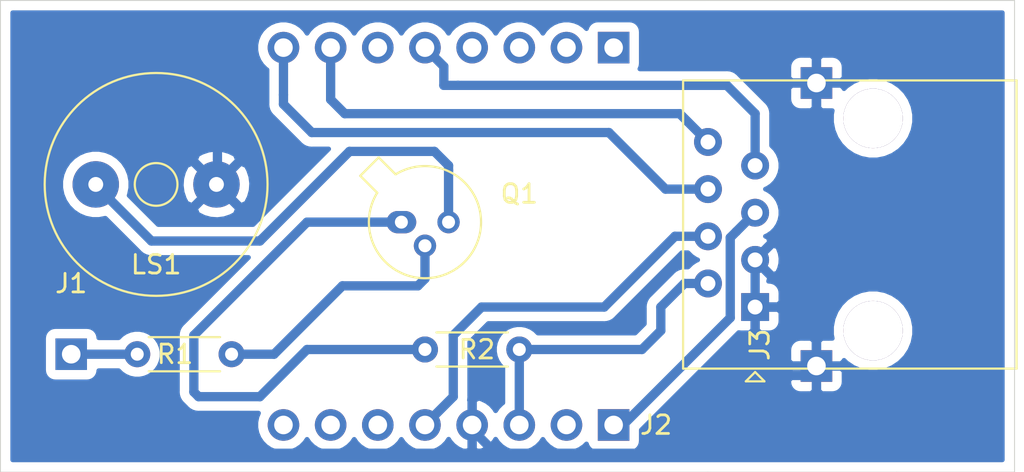
<source format=kicad_pcb>
(kicad_pcb (version 20171130) (host pcbnew 5.1.6-c6e7f7d~87~ubuntu18.04.1)

  (general
    (thickness 1.6)
    (drawings 23)
    (tracks 72)
    (zones 0)
    (modules 7)
    (nets 21)
  )

  (page A4)
  (layers
    (0 F.Cu signal)
    (31 B.Cu signal)
    (32 B.Adhes user)
    (33 F.Adhes user)
    (34 B.Paste user)
    (35 F.Paste user)
    (36 B.SilkS user)
    (37 F.SilkS user)
    (38 B.Mask user)
    (39 F.Mask user)
    (40 Dwgs.User user hide)
    (41 Cmts.User user)
    (42 Eco1.User user)
    (43 Eco2.User user)
    (44 Edge.Cuts user)
    (45 Margin user)
    (46 B.CrtYd user)
    (47 F.CrtYd user)
    (48 B.Fab user)
    (49 F.Fab user)
  )

  (setup
    (last_trace_width 0.25)
    (user_trace_width 0.5)
    (trace_clearance 0.2)
    (zone_clearance 0.508)
    (zone_45_only no)
    (trace_min 0.2)
    (via_size 0.8)
    (via_drill 0.4)
    (via_min_size 0.4)
    (via_min_drill 0.3)
    (uvia_size 0.3)
    (uvia_drill 0.1)
    (uvias_allowed no)
    (uvia_min_size 0.2)
    (uvia_min_drill 0.1)
    (edge_width 0.05)
    (segment_width 0.2)
    (pcb_text_width 0.3)
    (pcb_text_size 1.5 1.5)
    (mod_edge_width 0.12)
    (mod_text_size 1 1)
    (mod_text_width 0.15)
    (pad_size 1.524 1.524)
    (pad_drill 0.762)
    (pad_to_mask_clearance 0.05)
    (aux_axis_origin 0 0)
    (visible_elements FFFFFF7F)
    (pcbplotparams
      (layerselection 0x010fc_ffffffff)
      (usegerberextensions false)
      (usegerberattributes true)
      (usegerberadvancedattributes true)
      (creategerberjobfile true)
      (excludeedgelayer true)
      (linewidth 0.100000)
      (plotframeref true)
      (viasonmask false)
      (mode 1)
      (useauxorigin false)
      (hpglpennumber 1)
      (hpglpenspeed 20)
      (hpglpendiameter 15.000000)
      (psnegative false)
      (psa4output false)
      (plotreference true)
      (plotvalue true)
      (plotinvisibletext false)
      (padsonsilk false)
      (subtractmaskfromsilk false)
      (outputformat 5)
      (mirror false)
      (drillshape 0)
      (scaleselection 1)
      (outputdirectory ""))
  )

  (net 0 "")
  (net 1 "Net-(J1-Pad1)")
  (net 2 "Net-(J2-PadVIN)")
  (net 3 "Net-(J2-Pad3.3V)")
  (net 4 GND)
  (net 5 "Net-(J2-PadReset)")
  (net 6 "Net-(J2-PadD14)")
  (net 7 "Net-(J2-PadD13)")
  (net 8 "Net-(J2-PadD12)")
  (net 9 "Net-(J2-PadA2)")
  (net 10 "Net-(J2-PadA1)")
  (net 11 "Net-(J2-PadA4)")
  (net 12 "Net-(J2-PadA5)")
  (net 13 "Net-(J2-PadA0)")
  (net 14 "Net-(J2-PadA6)")
  (net 15 "Net-(J2-PadA3)")
  (net 16 "Net-(J2-PadAREF)")
  (net 17 "Net-(J2-Pad+5V)")
  (net 18 "Net-(LS1-Pad1)")
  (net 19 "Net-(Q1-Pad1)")
  (net 20 "Net-(Q1-Pad2)")

  (net_class Default "This is the default net class."
    (clearance 0.2)
    (trace_width 0.25)
    (via_dia 0.8)
    (via_drill 0.4)
    (uvia_dia 0.3)
    (uvia_drill 0.1)
    (add_net GND)
    (add_net "Net-(J1-Pad1)")
    (add_net "Net-(J2-Pad+5V)")
    (add_net "Net-(J2-Pad3.3V)")
    (add_net "Net-(J2-PadA0)")
    (add_net "Net-(J2-PadA1)")
    (add_net "Net-(J2-PadA2)")
    (add_net "Net-(J2-PadA3)")
    (add_net "Net-(J2-PadA4)")
    (add_net "Net-(J2-PadA5)")
    (add_net "Net-(J2-PadA6)")
    (add_net "Net-(J2-PadAREF)")
    (add_net "Net-(J2-PadD12)")
    (add_net "Net-(J2-PadD13)")
    (add_net "Net-(J2-PadD14)")
    (add_net "Net-(J2-PadReset)")
    (add_net "Net-(J2-PadVIN)")
    (add_net "Net-(LS1-Pad1)")
    (add_net "Net-(Q1-Pad1)")
    (add_net "Net-(Q1-Pad2)")
  )

  (module e-p-wifi-lf:RJ45 (layer F.Cu) (tedit 61B8D89D) (tstamp 619C0FF0)
    (at 81.28 125.73 90)
    (descr "8 Pol Shallow Latch Connector, Modjack, RJ45 (https://cdn.amphenol-icc.com/media/wysiwyg/files/drawing/c-bmj-0102.pdf)")
    (tags RJ45)
    (path /619D99D4)
    (fp_text reference J3 (at -2.032 0.254 90) (layer F.SilkS)
      (effects (font (size 1 1) (thickness 0.15)))
    )
    (fp_text value RJ45 (at 3.81 6.604 90) (layer F.Fab)
      (effects (font (size 1 1) (thickness 0.15)))
    )
    (fp_text user %R (at 4.445 2 90) (layer F.Fab)
      (effects (font (size 1 1) (thickness 0.15)))
    )
    (fp_line (start -4.953 3.302) (end 14.351 3.302) (layer Dwgs.User) (width 0.12))
    (fp_line (start 12.6 14.47) (end -3.71 14.47) (layer F.CrtYd) (width 0.05))
    (fp_line (start 12.6 14.47) (end 12.6 -4.27) (layer F.CrtYd) (width 0.05))
    (fp_line (start -3.71 -4.27) (end -3.71 14.47) (layer F.CrtYd) (width 0.05))
    (fp_line (start -3.71 -4.27) (end 12.6 -4.27) (layer F.CrtYd) (width 0.05))
    (fp_line (start -3.315 -3.88) (end -3.315 14.08) (layer F.SilkS) (width 0.12))
    (fp_line (start 12.205 -3.88) (end -3.315 -3.88) (layer F.SilkS) (width 0.12))
    (fp_line (start 12.205 -3.88) (end 12.205 14.08) (layer F.SilkS) (width 0.12))
    (fp_line (start -3.315 14.08) (end 12.205 14.08) (layer F.SilkS) (width 0.12))
    (fp_line (start -3.205 -2.77) (end -2.205 -3.77) (layer F.Fab) (width 0.12))
    (fp_line (start -2.205 -3.77) (end 12.095 -3.77) (layer F.Fab) (width 0.12))
    (fp_line (start 12.095 -3.77) (end 12.095 13.97) (layer F.Fab) (width 0.12))
    (fp_line (start 12.095 13.97) (end -3.205 13.97) (layer F.Fab) (width 0.12))
    (fp_line (start -3.205 13.97) (end -3.205 -2.77) (layer F.Fab) (width 0.12))
    (fp_line (start -3.5 0) (end -4 -0.5) (layer F.SilkS) (width 0.12))
    (fp_line (start -4 -0.5) (end -4 0.5) (layer F.SilkS) (width 0.12))
    (fp_line (start -4 0.5) (end -3.5 0) (layer F.SilkS) (width 0.12))
    (pad 10 thru_hole rect (at -3.175 3.302) (size 1.7 1.7) (drill 1) (layers *.Cu *.Mask)
      (net 4 GND))
    (pad 9 thru_hole rect (at 12.065 3.302) (size 1.7 1.7) (drill 1) (layers *.Cu *.Mask)
      (net 4 GND))
    (pad 8 thru_hole circle (at 8.89 -2.54 90) (size 1.5 1.5) (drill 0.8) (layers *.Cu *.Mask)
      (net 12 "Net-(J2-PadA5)"))
    (pad 7 thru_hole circle (at 7.62 0 90) (size 1.5 1.5) (drill 0.8) (layers *.Cu *.Mask)
      (net 15 "Net-(J2-PadA3)"))
    (pad 6 thru_hole circle (at 6.35 -2.54 90) (size 1.5 1.5) (drill 0.8) (layers *.Cu *.Mask)
      (net 14 "Net-(J2-PadA6)"))
    (pad 5 thru_hole circle (at 5.08 0 90) (size 1.5 1.5) (drill 0.8) (layers *.Cu *.Mask)
      (net 17 "Net-(J2-Pad+5V)"))
    (pad 4 thru_hole circle (at 3.81 -2.54 90) (size 1.5 1.5) (drill 0.8) (layers *.Cu *.Mask)
      (net 5 "Net-(J2-PadReset)"))
    (pad 3 thru_hole circle (at 2.54 0 90) (size 1.5 1.5) (drill 0.8) (layers *.Cu *.Mask)
      (net 4 GND))
    (pad 2 thru_hole circle (at 1.27 -2.54 90) (size 1.5 1.5) (drill 0.8) (layers *.Cu *.Mask)
      (net 3 "Net-(J2-Pad3.3V)"))
    (pad 1 thru_hole rect (at 0 0 90) (size 1.5 1.5) (drill 0.8) (layers *.Cu *.Mask)
      (net 4 GND))
    (pad "" thru_hole circle (at -1.27 6.35 90) (size 3.200001 3.200001) (drill 3.200001) (layers *.Cu *.Mask))
    (pad "" thru_hole circle (at 10.16 6.35 90) (size 3.2 3.2) (drill 3.2) (layers *.Cu *.Mask))
    (model ${KISYS3DMOD}/Connector_RJ.3dshapes/RJ45_Amphenol_54602-x08_Horizontal.wrl
      (at (xyz 0 0 0))
      (scale (xyz 1 1 1))
      (rotate (xyz 0 0 0))
    )
  )

  (module e-p-wifi-lf:PinHeader_1x08 (layer F.Cu) (tedit 619BBF43) (tstamp 619C0FCF)
    (at 73.66 132.08)
    (descr "Through hole straight pin header, 1x08, 2.54mm pitch, single row")
    (tags "Through hole pin header THT 1x08 2.54mm single row")
    (path /619CEFF3)
    (fp_text reference J2 (at 2.286 0) (layer F.SilkS)
      (effects (font (size 1 1) (thickness 0.15)))
    )
    (fp_text value liaison_filaire (at 15.494 1.016) (layer F.Fab)
      (effects (font (size 1 1) (thickness 0.15)))
    )
    (pad AREF thru_hole rect (at 0 -20.32 270) (size 1.7 1.7) (drill 1) (layers *.Cu *.Mask)
      (net 16 "Net-(J2-PadAREF)"))
    (pad A3 thru_hole oval (at -10.16 -20.32 270) (size 1.7 1.7) (drill 1) (layers *.Cu *.Mask)
      (net 15 "Net-(J2-PadA3)"))
    (pad A6 thru_hole oval (at -17.78 -20.32 270) (size 1.7 1.7) (drill 1) (layers *.Cu *.Mask)
      (net 14 "Net-(J2-PadA6)"))
    (pad A0 thru_hole oval (at -2.54 -20.32 270) (size 1.7 1.7) (drill 1) (layers *.Cu *.Mask)
      (net 13 "Net-(J2-PadA0)"))
    (pad A5 thru_hole oval (at -15.24 -20.32 270) (size 1.7 1.7) (drill 1) (layers *.Cu *.Mask)
      (net 12 "Net-(J2-PadA5)"))
    (pad A4 thru_hole oval (at -12.7 -20.32 270) (size 1.7 1.7) (drill 1) (layers *.Cu *.Mask)
      (net 11 "Net-(J2-PadA4)"))
    (pad A1 thru_hole oval (at -5.08 -20.32 270) (size 1.7 1.7) (drill 1) (layers *.Cu *.Mask)
      (net 10 "Net-(J2-PadA1)"))
    (pad A2 thru_hole oval (at -7.62 -20.32 270) (size 1.7 1.7) (drill 1) (layers *.Cu *.Mask)
      (net 9 "Net-(J2-PadA2)"))
    (pad D12 thru_hole oval (at -17.78 0 270) (size 1.7 1.7) (drill 1) (layers *.Cu *.Mask)
      (net 8 "Net-(J2-PadD12)"))
    (pad D13 thru_hole oval (at -15.24 0 270) (size 1.7 1.7) (drill 1) (layers *.Cu *.Mask)
      (net 7 "Net-(J2-PadD13)"))
    (pad D14 thru_hole oval (at -12.7 0 270) (size 1.7 1.7) (drill 1) (layers *.Cu *.Mask)
      (net 6 "Net-(J2-PadD14)"))
    (pad Reset thru_hole oval (at -10.16 0 270) (size 1.7 1.7) (drill 1) (layers *.Cu *.Mask)
      (net 5 "Net-(J2-PadReset)"))
    (pad GND thru_hole oval (at -7.62 0 270) (size 1.7 1.7) (drill 1) (layers *.Cu *.Mask)
      (net 4 GND))
    (pad 3.3V thru_hole oval (at -5.08 0 270) (size 1.7 1.7) (drill 1) (layers *.Cu *.Mask)
      (net 3 "Net-(J2-Pad3.3V)"))
    (pad VIN thru_hole oval (at -2.54 0 270) (size 1.7 1.7) (drill 1) (layers *.Cu *.Mask)
      (net 2 "Net-(J2-PadVIN)"))
    (pad +5V thru_hole rect (at 0 0 270) (size 1.7 1.7) (drill 1) (layers *.Cu *.Mask)
      (net 17 "Net-(J2-Pad+5V)"))
    (model ${KISYS3DMOD}/Connector_PinHeader_2.54mm.3dshapes/PinHeader_1x08_P2.54mm_Vertical.wrl
      (at (xyz 0 0 0))
      (scale (xyz 1 1 1))
      (rotate (xyz 0 0 0))
    )
  )

  (module e-p-wifi-lf:pastille (layer F.Cu) (tedit 61927E30) (tstamp 619C0FBB)
    (at 44.45 128.27)
    (descr "Through hole straight pin header, 1x01, 2.54mm pitch, single row")
    (tags "Through hole pin header THT 1x01 2.54mm single row")
    (path /6186FCF3)
    (fp_text reference J1 (at 0 -3.81) (layer F.SilkS)
      (effects (font (size 1 1) (thickness 0.15)))
    )
    (fp_text value Speaker (at 1.524 2.032) (layer F.Fab)
      (effects (font (size 1 1) (thickness 0.15)))
    )
    (fp_text user %R (at 3.81 0 90) (layer F.Fab)
      (effects (font (size 1 1) (thickness 0.15)))
    )
    (pad 1 thru_hole rect (at 0 0) (size 1.7 1.7) (drill 1) (layers *.Cu *.Mask)
      (net 1 "Net-(J1-Pad1)"))
    (model ${KISYS3DMOD}/Connector_PinHeader_2.54mm.3dshapes/PinHeader_1x01_P2.54mm_Vertical.wrl
      (at (xyz 0 0 0))
      (scale (xyz 1 1 1))
      (rotate (xyz 0 0 0))
    )
  )

  (module e-p-wifi:mini_speaker (layer F.Cu) (tedit 6149EB2B) (tstamp 619C0FF8)
    (at 49.022 119.126)
    (path /619E030B)
    (fp_text reference LS1 (at 0 4.318) (layer F.SilkS)
      (effects (font (size 1 1) (thickness 0.15)))
    )
    (fp_text value Device_Speaker (at -1.016 -8.382) (layer F.Fab)
      (effects (font (size 1 1) (thickness 0.15)))
    )
    (fp_circle (center 0 0) (end 1.15 0) (layer F.SilkS) (width 0.12))
    (fp_circle (center 0 0) (end 6 0) (layer F.SilkS) (width 0.12))
    (pad 2 thru_hole circle (at 3.25 0) (size 2.5 2.5) (drill 0.8) (layers *.Cu *.Mask)
      (net 4 GND))
    (pad 1 thru_hole circle (at -3.25 0) (size 2.5 2.5) (drill 0.8) (layers *.Cu *.Mask)
      (net 18 "Net-(LS1-Pad1)"))
  )

  (module Package_TO_SOT_THT:TO-18-3 (layer F.Cu) (tedit 5A02FF81) (tstamp 619C100D)
    (at 62.23 121.158)
    (descr TO-18-3)
    (tags TO-18-3)
    (path /61867581)
    (fp_text reference Q1 (at 6.35 -1.524) (layer F.SilkS)
      (effects (font (size 1 1) (thickness 0.15)))
    )
    (fp_text value 2N2222A (at 7.874 -3.302) (layer F.Fab)
      (effects (font (size 1 1) (thickness 0.15)))
    )
    (fp_line (start -0.329057 -2.419301) (end -1.156372 -3.246616) (layer F.Fab) (width 0.1))
    (fp_line (start -1.156372 -3.246616) (end -1.976616 -2.426372) (layer F.Fab) (width 0.1))
    (fp_line (start -1.976616 -2.426372) (end -1.149301 -1.599057) (layer F.Fab) (width 0.1))
    (fp_line (start -0.312331 -2.572281) (end -1.224499 -3.484448) (layer F.SilkS) (width 0.12))
    (fp_line (start -1.224499 -3.484448) (end -2.214448 -2.494499) (layer F.SilkS) (width 0.12))
    (fp_line (start -2.214448 -2.494499) (end -1.302281 -1.582331) (layer F.SilkS) (width 0.12))
    (fp_line (start -2.23 -3.5) (end -2.23 3.15) (layer F.CrtYd) (width 0.05))
    (fp_line (start -2.23 3.15) (end 4.42 3.15) (layer F.CrtYd) (width 0.05))
    (fp_line (start 4.42 3.15) (end 4.42 -3.5) (layer F.CrtYd) (width 0.05))
    (fp_line (start 4.42 -3.5) (end -2.23 -3.5) (layer F.CrtYd) (width 0.05))
    (fp_circle (center 1.27 0) (end 3.67 0) (layer F.Fab) (width 0.1))
    (fp_arc (start 1.27 0) (end -0.329057 -2.419301) (angle 336.9) (layer F.Fab) (width 0.1))
    (fp_arc (start 1.27 0) (end -0.312331 -2.572281) (angle 333.2) (layer F.SilkS) (width 0.12))
    (pad 1 thru_hole oval (at 0 0) (size 1.6 1.2) (drill 0.7) (layers *.Cu *.Mask)
      (net 19 "Net-(Q1-Pad1)"))
    (pad 2 thru_hole oval (at 1.27 1.27) (size 1.2 1.2) (drill 0.7) (layers *.Cu *.Mask)
      (net 20 "Net-(Q1-Pad2)"))
    (pad 3 thru_hole oval (at 2.54 0) (size 1.2 1.2) (drill 0.7) (layers *.Cu *.Mask)
      (net 18 "Net-(LS1-Pad1)"))
    (model ${KISYS3DMOD}/Package_TO_SOT_THT.3dshapes/TO-18-3.wrl
      (at (xyz 0 0 0))
      (scale (xyz 1 1 1))
      (rotate (xyz 0 0 0))
    )
  )

  (module Resistor_THT:R_Axial_DIN0204_L3.6mm_D1.6mm_P5.08mm_Horizontal (layer F.Cu) (tedit 5AE5139B) (tstamp 619C1020)
    (at 53.086 128.27 180)
    (descr "Resistor, Axial_DIN0204 series, Axial, Horizontal, pin pitch=5.08mm, 0.167W, length*diameter=3.6*1.6mm^2, http://cdn-reichelt.de/documents/datenblatt/B400/1_4W%23YAG.pdf")
    (tags "Resistor Axial_DIN0204 series Axial Horizontal pin pitch 5.08mm 0.167W length 3.6mm diameter 1.6mm")
    (path /6186CABE)
    (fp_text reference R1 (at 3.048 0) (layer F.SilkS)
      (effects (font (size 1 1) (thickness 0.15)))
    )
    (fp_text value 470 (at 4.572 1.92) (layer F.Fab)
      (effects (font (size 1 1) (thickness 0.15)))
    )
    (fp_line (start 0.74 -0.8) (end 0.74 0.8) (layer F.Fab) (width 0.1))
    (fp_line (start 0.74 0.8) (end 4.34 0.8) (layer F.Fab) (width 0.1))
    (fp_line (start 4.34 0.8) (end 4.34 -0.8) (layer F.Fab) (width 0.1))
    (fp_line (start 4.34 -0.8) (end 0.74 -0.8) (layer F.Fab) (width 0.1))
    (fp_line (start 0 0) (end 0.74 0) (layer F.Fab) (width 0.1))
    (fp_line (start 5.08 0) (end 4.34 0) (layer F.Fab) (width 0.1))
    (fp_line (start 0.62 -0.92) (end 4.46 -0.92) (layer F.SilkS) (width 0.12))
    (fp_line (start 0.62 0.92) (end 4.46 0.92) (layer F.SilkS) (width 0.12))
    (fp_line (start -0.95 -1.05) (end -0.95 1.05) (layer F.CrtYd) (width 0.05))
    (fp_line (start -0.95 1.05) (end 6.03 1.05) (layer F.CrtYd) (width 0.05))
    (fp_line (start 6.03 1.05) (end 6.03 -1.05) (layer F.CrtYd) (width 0.05))
    (fp_line (start 6.03 -1.05) (end -0.95 -1.05) (layer F.CrtYd) (width 0.05))
    (pad 1 thru_hole circle (at 0 0 180) (size 1.4 1.4) (drill 0.7) (layers *.Cu *.Mask)
      (net 20 "Net-(Q1-Pad2)"))
    (pad 2 thru_hole oval (at 5.08 0 180) (size 1.4 1.4) (drill 0.7) (layers *.Cu *.Mask)
      (net 1 "Net-(J1-Pad1)"))
    (model ${KISYS3DMOD}/Resistor_THT.3dshapes/R_Axial_DIN0204_L3.6mm_D1.6mm_P5.08mm_Horizontal.wrl
      (at (xyz 0 0 0))
      (scale (xyz 1 1 1))
      (rotate (xyz 0 0 0))
    )
  )

  (module Resistor_THT:R_Axial_DIN0204_L3.6mm_D1.6mm_P5.08mm_Horizontal (layer F.Cu) (tedit 5AE5139B) (tstamp 619C1033)
    (at 63.5 128.016)
    (descr "Resistor, Axial_DIN0204 series, Axial, Horizontal, pin pitch=5.08mm, 0.167W, length*diameter=3.6*1.6mm^2, http://cdn-reichelt.de/documents/datenblatt/B400/1_4W%23YAG.pdf")
    (tags "Resistor Axial_DIN0204 series Axial Horizontal pin pitch 5.08mm 0.167W length 3.6mm diameter 1.6mm")
    (path /61941CBE)
    (fp_text reference R2 (at 2.794 0) (layer F.SilkS)
      (effects (font (size 1 1) (thickness 0.15)))
    )
    (fp_text value 0 (at 1.016 -1.778) (layer F.Fab)
      (effects (font (size 1 1) (thickness 0.15)))
    )
    (fp_line (start 6.03 -1.05) (end -0.95 -1.05) (layer F.CrtYd) (width 0.05))
    (fp_line (start 6.03 1.05) (end 6.03 -1.05) (layer F.CrtYd) (width 0.05))
    (fp_line (start -0.95 1.05) (end 6.03 1.05) (layer F.CrtYd) (width 0.05))
    (fp_line (start -0.95 -1.05) (end -0.95 1.05) (layer F.CrtYd) (width 0.05))
    (fp_line (start 0.62 0.92) (end 4.46 0.92) (layer F.SilkS) (width 0.12))
    (fp_line (start 0.62 -0.92) (end 4.46 -0.92) (layer F.SilkS) (width 0.12))
    (fp_line (start 5.08 0) (end 4.34 0) (layer F.Fab) (width 0.1))
    (fp_line (start 0 0) (end 0.74 0) (layer F.Fab) (width 0.1))
    (fp_line (start 4.34 -0.8) (end 0.74 -0.8) (layer F.Fab) (width 0.1))
    (fp_line (start 4.34 0.8) (end 4.34 -0.8) (layer F.Fab) (width 0.1))
    (fp_line (start 0.74 0.8) (end 4.34 0.8) (layer F.Fab) (width 0.1))
    (fp_line (start 0.74 -0.8) (end 0.74 0.8) (layer F.Fab) (width 0.1))
    (pad 2 thru_hole oval (at 5.08 0) (size 1.4 1.4) (drill 0.7) (layers *.Cu *.Mask)
      (net 3 "Net-(J2-Pad3.3V)"))
    (pad 1 thru_hole circle (at 0 0) (size 1.4 1.4) (drill 0.7) (layers *.Cu *.Mask)
      (net 19 "Net-(Q1-Pad1)"))
    (model ${KISYS3DMOD}/Resistor_THT.3dshapes/R_Axial_DIN0204_L3.6mm_D1.6mm_P5.08mm_Horizontal.wrl
      (at (xyz 0 0 0))
      (scale (xyz 1 1 1))
      (rotate (xyz 0 0 0))
    )
  )

  (gr_line (start 95.25 134.62) (end 88.9 134.62) (layer Edge.Cuts) (width 0.05) (tstamp 6197B046))
  (gr_line (start 95.25 109.22) (end 95.25 134.62) (layer Edge.Cuts) (width 0.05))
  (gr_line (start 88.9 109.22) (end 95.25 109.22) (layer Edge.Cuts) (width 0.05))
  (gr_line (start 40.64 109.22) (end 78.74 109.22) (layer Edge.Cuts) (width 0.05) (tstamp 619791D4))
  (gr_line (start 40.64 134.62) (end 78.74 134.62) (layer Edge.Cuts) (width 0.05) (tstamp 619791A6))
  (gr_line (start 40.64 109.22) (end 40.64 134.62) (layer Edge.Cuts) (width 0.05))
  (gr_line (start 72.39 125.73) (end 72.39 125.476) (layer Dwgs.User) (width 0.15) (tstamp 6193D8D1))
  (gr_line (start 91.44 125.73) (end 72.39 125.73) (layer Dwgs.User) (width 0.15))
  (gr_line (start 72.39 118.11) (end 72.39 125.476) (layer Dwgs.User) (width 0.15))
  (gr_line (start 91.44 118.11) (end 72.39 118.11) (layer Dwgs.User) (width 0.15))
  (gr_circle (center 91.44 121.92) (end 91.44 118.11) (layer Dwgs.User) (width 0.15))
  (gr_line (start 83.82 121.92) (end 72.136 121.92) (layer Dwgs.User) (width 0.15))
  (gr_line (start 93.98 121.92) (end 83.82 121.92) (layer Dwgs.User) (width 0.15))
  (gr_circle (center 30.226 111.76) (end 22.606 111.76) (layer Dwgs.User) (width 0.15))
  (gr_line (start 86.614 110.998) (end 86.614 133.604) (layer Dwgs.User) (width 0.15))
  (gr_line (start 30.226 110.49) (end 30.226 133.35) (layer Dwgs.User) (width 0.15))
  (gr_line (start 25.4 132.08) (end 25.4 111.76) (layer Dwgs.User) (width 0.15) (tstamp 6193C8D6))
  (gr_line (start 91.44 132.08) (end 25.4 132.08) (layer Dwgs.User) (width 0.15))
  (gr_line (start 91.44 132.334) (end 91.44 132.08) (layer Dwgs.User) (width 0.15))
  (gr_line (start 91.44 111.76) (end 91.44 132.334) (layer Dwgs.User) (width 0.15))
  (gr_line (start 25.4 111.76) (end 91.44 111.76) (layer Dwgs.User) (width 0.15))
  (gr_line (start 88.9 134.62) (end 78.74 134.62) (layer Edge.Cuts) (width 0.05) (tstamp 6192D429))
  (gr_line (start 78.74 109.22) (end 88.9 109.22) (layer Edge.Cuts) (width 0.05))

  (segment (start 44.45 128.27) (end 48.006 128.27) (width 0.5) (layer B.Cu) (net 1))
  (segment (start 78.74 124.46) (end 77.47 124.46) (width 0.5) (layer B.Cu) (net 3))
  (segment (start 77.47 124.46) (end 76.2 125.73) (width 0.5) (layer B.Cu) (net 3))
  (segment (start 76.2 125.73) (end 76.2 127) (width 0.5) (layer B.Cu) (net 3))
  (segment (start 76.2 127) (end 75.184 128.016) (width 0.5) (layer B.Cu) (net 3))
  (segment (start 75.184 128.016) (end 68.58 128.016) (width 0.5) (layer B.Cu) (net 3))
  (segment (start 68.58 128.016) (end 68.58 132.08) (width 0.5) (layer B.Cu) (net 3))
  (segment (start 66.04 132.08) (end 66.04 132.842) (width 0.25) (layer B.Cu) (net 4))
  (segment (start 84.582 113.157) (end 84.582 119.888) (width 0.5) (layer B.Cu) (net 4))
  (segment (start 84.582 119.888) (end 81.28 123.19) (width 0.5) (layer B.Cu) (net 4))
  (segment (start 81.28 123.19) (end 81.28 125.73) (width 0.5) (layer B.Cu) (net 4))
  (segment (start 81.28 125.73) (end 82.804 125.73) (width 0.5) (layer B.Cu) (net 4))
  (segment (start 82.804 125.73) (end 84.582 127.508) (width 0.5) (layer B.Cu) (net 4))
  (segment (start 84.582 127.508) (end 84.582 129.286) (width 0.5) (layer B.Cu) (net 4))
  (segment (start 84.582 129.413) (end 83.185 129.413) (width 0.5) (layer B.Cu) (net 4))
  (segment (start 83.185 129.413) (end 79.217999 133.380001) (width 0.5) (layer B.Cu) (net 4))
  (segment (start 79.217999 133.380001) (end 78.994 133.604) (width 0.5) (layer B.Cu) (net 4))
  (segment (start 78.994 133.604) (end 67.31 133.604) (width 0.5) (layer B.Cu) (net 4))
  (segment (start 67.31 133.604) (end 66.04 132.334) (width 0.5) (layer B.Cu) (net 4))
  (segment (start 67.31 133.604) (end 44.196 133.604) (width 0.5) (layer B.Cu) (net 4))
  (segment (start 44.196 133.604) (end 41.91 131.318) (width 0.5) (layer B.Cu) (net 4))
  (segment (start 41.91 131.318) (end 41.91 115.062) (width 0.5) (layer B.Cu) (net 4))
  (segment (start 41.91 115.062) (end 44.958 112.014) (width 0.5) (layer B.Cu) (net 4))
  (segment (start 44.958 112.014) (end 50.292 112.014) (width 0.5) (layer B.Cu) (net 4))
  (segment (start 50.292 112.014) (end 52.324 114.046) (width 0.5) (layer B.Cu) (net 4))
  (segment (start 52.324 114.046) (end 52.324 119.126) (width 0.5) (layer B.Cu) (net 4))
  (segment (start 76.962 121.92) (end 78.74 121.92) (width 0.5) (layer B.Cu) (net 5))
  (segment (start 73.152 125.73) (end 76.962 121.92) (width 0.5) (layer B.Cu) (net 5))
  (segment (start 65.024 127.254) (end 66.548 125.73) (width 0.5) (layer B.Cu) (net 5))
  (segment (start 63.5 132.08) (end 65.024 130.556) (width 0.5) (layer B.Cu) (net 5))
  (segment (start 66.548 125.73) (end 73.152 125.73) (width 0.5) (layer B.Cu) (net 5))
  (segment (start 65.024 130.556) (end 65.024 127.254) (width 0.5) (layer B.Cu) (net 5))
  (segment (start 78.74 116.84) (end 77.216 115.316) (width 0.5) (layer B.Cu) (net 12))
  (segment (start 77.216 115.316) (end 59.182 115.316) (width 0.5) (layer B.Cu) (net 12))
  (segment (start 58.42 114.554) (end 59.182 115.316) (width 0.5) (layer B.Cu) (net 12))
  (segment (start 58.42 111.76) (end 58.42 114.554) (width 0.5) (layer B.Cu) (net 12))
  (segment (start 55.88 111.76) (end 55.88 114.3) (width 0.5) (layer B.Cu) (net 14))
  (segment (start 55.88 114.3) (end 55.88 114.808) (width 0.5) (layer B.Cu) (net 14))
  (segment (start 55.88 114.808) (end 57.404 116.332) (width 0.5) (layer B.Cu) (net 14))
  (segment (start 57.404 116.332) (end 73.406 116.332) (width 0.5) (layer B.Cu) (net 14))
  (segment (start 73.406 116.332) (end 76.454 119.38) (width 0.5) (layer B.Cu) (net 14))
  (segment (start 76.454 119.38) (end 78.74 119.38) (width 0.5) (layer B.Cu) (net 14))
  (segment (start 81.28 118.11) (end 81.28 115.316) (width 0.5) (layer B.Cu) (net 15))
  (segment (start 81.28 115.316) (end 79.756 113.792) (width 0.5) (layer B.Cu) (net 15))
  (segment (start 79.756 113.792) (end 65.278 113.792) (width 0.5) (layer B.Cu) (net 15))
  (segment (start 65.278 113.792) (end 64.516 113.792) (width 0.5) (layer B.Cu) (net 15))
  (segment (start 64.516 113.792) (end 64.516 112.776) (width 0.5) (layer B.Cu) (net 15))
  (segment (start 64.516 112.776) (end 63.754 112.014) (width 0.5) (layer B.Cu) (net 15))
  (segment (start 81.28 120.65) (end 80.264 121.666) (width 0.5) (layer B.Cu) (net 17))
  (segment (start 79.940001 121.989999) (end 79.940001 126.307999) (width 0.5) (layer B.Cu) (net 17))
  (segment (start 80.264 121.666) (end 79.940001 121.989999) (width 0.5) (layer B.Cu) (net 17))
  (segment (start 79.940001 126.307999) (end 74.168 132.08) (width 0.5) (layer B.Cu) (net 17))
  (segment (start 74.168 132.08) (end 73.66 132.08) (width 0.5) (layer B.Cu) (net 17))
  (segment (start 64.77 121.158) (end 64.77 118.364) (width 0.5) (layer B.Cu) (net 18))
  (segment (start 64.77 118.364) (end 64.77 118.11) (width 0.5) (layer B.Cu) (net 18))
  (segment (start 64.77 118.11) (end 64.008 117.348) (width 0.5) (layer B.Cu) (net 18))
  (segment (start 64.008 117.348) (end 59.436 117.348) (width 0.5) (layer B.Cu) (net 18))
  (segment (start 59.436 117.348) (end 54.61 122.174) (width 0.5) (layer B.Cu) (net 18))
  (segment (start 54.61 122.174) (end 48.768 122.174) (width 0.5) (layer B.Cu) (net 18))
  (segment (start 48.768 122.174) (end 45.974 119.38) (width 0.5) (layer B.Cu) (net 18))
  (segment (start 57.15 121.158) (end 62.23 121.158) (width 0.5) (layer B.Cu) (net 19))
  (segment (start 57.15 128.016) (end 54.61 130.556) (width 0.5) (layer B.Cu) (net 19))
  (segment (start 63.5 128.016) (end 57.15 128.016) (width 0.5) (layer B.Cu) (net 19))
  (segment (start 51.054 130.302) (end 51.054 127.254) (width 0.5) (layer B.Cu) (net 19))
  (segment (start 54.61 130.556) (end 51.308 130.556) (width 0.5) (layer B.Cu) (net 19))
  (segment (start 51.308 130.556) (end 51.054 130.302) (width 0.5) (layer B.Cu) (net 19))
  (segment (start 51.054 127.254) (end 57.15 121.158) (width 0.5) (layer B.Cu) (net 19))
  (segment (start 53.086 128.27) (end 55.372 128.27) (width 0.5) (layer B.Cu) (net 20))
  (segment (start 63.5 122.428) (end 63.5 124.206) (width 0.5) (layer B.Cu) (net 20))
  (segment (start 63.119 124.587) (end 59.055 124.587) (width 0.5) (layer B.Cu) (net 20))
  (segment (start 63.5 124.206) (end 63.119 124.587) (width 0.5) (layer B.Cu) (net 20))
  (segment (start 55.372 128.27) (end 59.055 124.587) (width 0.5) (layer B.Cu) (net 20))

  (zone (net 4) (net_name GND) (layer B.Cu) (tstamp 0) (hatch edge 0.508)
    (connect_pads (clearance 0.508))
    (min_thickness 0.254)
    (fill yes (arc_segments 32) (thermal_gap 0.508) (thermal_bridge_width 0.508))
    (polygon
      (pts
        (xy 95.123 134.493) (xy 40.767 134.493) (xy 40.767 109.347) (xy 95.123 109.347)
      )
    )
    (filled_polygon
      (pts
        (xy 94.590001 133.96) (xy 41.3 133.96) (xy 41.3 127.42) (xy 42.961928 127.42) (xy 42.961928 129.12)
        (xy 42.974188 129.244482) (xy 43.010498 129.36418) (xy 43.069463 129.474494) (xy 43.148815 129.571185) (xy 43.245506 129.650537)
        (xy 43.35582 129.709502) (xy 43.475518 129.745812) (xy 43.6 129.758072) (xy 45.3 129.758072) (xy 45.424482 129.745812)
        (xy 45.54418 129.709502) (xy 45.654494 129.650537) (xy 45.751185 129.571185) (xy 45.830537 129.474494) (xy 45.889502 129.36418)
        (xy 45.925812 129.244482) (xy 45.934625 129.155) (xy 47.003025 129.155) (xy 47.154987 129.306962) (xy 47.373641 129.453061)
        (xy 47.616595 129.553696) (xy 47.874514 129.605) (xy 48.137486 129.605) (xy 48.395405 129.553696) (xy 48.638359 129.453061)
        (xy 48.857013 129.306962) (xy 49.042962 129.121013) (xy 49.189061 128.902359) (xy 49.289696 128.659405) (xy 49.341 128.401486)
        (xy 49.341 128.138514) (xy 49.289696 127.880595) (xy 49.189061 127.637641) (xy 49.042962 127.418987) (xy 48.857013 127.233038)
        (xy 48.638359 127.086939) (xy 48.395405 126.986304) (xy 48.137486 126.935) (xy 47.874514 126.935) (xy 47.616595 126.986304)
        (xy 47.373641 127.086939) (xy 47.154987 127.233038) (xy 47.003025 127.385) (xy 45.934625 127.385) (xy 45.925812 127.295518)
        (xy 45.889502 127.17582) (xy 45.830537 127.065506) (xy 45.751185 126.968815) (xy 45.654494 126.889463) (xy 45.54418 126.830498)
        (xy 45.424482 126.794188) (xy 45.3 126.781928) (xy 43.6 126.781928) (xy 43.475518 126.794188) (xy 43.35582 126.830498)
        (xy 43.245506 126.889463) (xy 43.148815 126.968815) (xy 43.069463 127.065506) (xy 43.010498 127.17582) (xy 42.974188 127.295518)
        (xy 42.961928 127.42) (xy 41.3 127.42) (xy 41.3 118.940344) (xy 43.887 118.940344) (xy 43.887 119.311656)
        (xy 43.959439 119.675834) (xy 44.101534 120.018882) (xy 44.307825 120.327618) (xy 44.570382 120.590175) (xy 44.879118 120.796466)
        (xy 45.222166 120.938561) (xy 45.586344 121.011) (xy 45.957656 121.011) (xy 46.28776 120.945339) (xy 48.11147 122.769049)
        (xy 48.139183 122.802817) (xy 48.172951 122.83053) (xy 48.172953 122.830532) (xy 48.273941 122.913411) (xy 48.427686 122.995589)
        (xy 48.59451 123.046195) (xy 48.724523 123.059) (xy 48.724531 123.059) (xy 48.768 123.063281) (xy 48.811469 123.059)
        (xy 53.997421 123.059) (xy 50.458952 126.59747) (xy 50.425184 126.625183) (xy 50.397471 126.658951) (xy 50.397468 126.658954)
        (xy 50.31459 126.759941) (xy 50.232412 126.913687) (xy 50.181805 127.08051) (xy 50.164719 127.254) (xy 50.169001 127.297479)
        (xy 50.169 130.258531) (xy 50.164719 130.302) (xy 50.169 130.345469) (xy 50.169 130.345476) (xy 50.181805 130.475489)
        (xy 50.232411 130.642312) (xy 50.314589 130.796058) (xy 50.425183 130.930817) (xy 50.458956 130.958534) (xy 50.651466 131.151044)
        (xy 50.679183 131.184817) (xy 50.813941 131.295411) (xy 50.967687 131.377589) (xy 51.13451 131.428195) (xy 51.264523 131.441)
        (xy 51.264533 131.441) (xy 51.307999 131.445281) (xy 51.351465 131.441) (xy 54.53733 131.441) (xy 54.452068 131.646842)
        (xy 54.395 131.93374) (xy 54.395 132.22626) (xy 54.452068 132.513158) (xy 54.56401 132.783411) (xy 54.726525 133.026632)
        (xy 54.933368 133.233475) (xy 55.176589 133.39599) (xy 55.446842 133.507932) (xy 55.73374 133.565) (xy 56.02626 133.565)
        (xy 56.313158 133.507932) (xy 56.583411 133.39599) (xy 56.826632 133.233475) (xy 57.033475 133.026632) (xy 57.15 132.85224)
        (xy 57.266525 133.026632) (xy 57.473368 133.233475) (xy 57.716589 133.39599) (xy 57.986842 133.507932) (xy 58.27374 133.565)
        (xy 58.56626 133.565) (xy 58.853158 133.507932) (xy 59.123411 133.39599) (xy 59.366632 133.233475) (xy 59.573475 133.026632)
        (xy 59.69 132.85224) (xy 59.806525 133.026632) (xy 60.013368 133.233475) (xy 60.256589 133.39599) (xy 60.526842 133.507932)
        (xy 60.81374 133.565) (xy 61.10626 133.565) (xy 61.393158 133.507932) (xy 61.663411 133.39599) (xy 61.906632 133.233475)
        (xy 62.113475 133.026632) (xy 62.23 132.85224) (xy 62.346525 133.026632) (xy 62.553368 133.233475) (xy 62.796589 133.39599)
        (xy 63.066842 133.507932) (xy 63.35374 133.565) (xy 63.64626 133.565) (xy 63.933158 133.507932) (xy 64.203411 133.39599)
        (xy 64.446632 133.233475) (xy 64.653475 133.026632) (xy 64.775195 132.844466) (xy 64.844822 132.961355) (xy 65.039731 133.177588)
        (xy 65.27308 133.351641) (xy 65.535901 133.476825) (xy 65.68311 133.521476) (xy 65.913 133.400155) (xy 65.913 132.207)
        (xy 65.893 132.207) (xy 65.893 131.953) (xy 65.913 131.953) (xy 65.913 130.759845) (xy 65.890577 130.748011)
        (xy 65.896195 130.72949) (xy 65.909 130.599477) (xy 65.909 130.599467) (xy 65.913281 130.556001) (xy 65.909 130.512535)
        (xy 65.909 127.620578) (xy 66.914579 126.615) (xy 73.108531 126.615) (xy 73.152 126.619281) (xy 73.195469 126.615)
        (xy 73.195477 126.615) (xy 73.32549 126.602195) (xy 73.492313 126.551589) (xy 73.646059 126.469411) (xy 73.780817 126.358817)
        (xy 73.808534 126.325044) (xy 77.328579 122.805) (xy 77.666315 122.805) (xy 77.857114 122.995799) (xy 78.083957 123.147371)
        (xy 78.186873 123.19) (xy 78.083957 123.232629) (xy 77.857114 123.384201) (xy 77.666315 123.575) (xy 77.513465 123.575)
        (xy 77.469999 123.570719) (xy 77.426533 123.575) (xy 77.426523 123.575) (xy 77.29651 123.587805) (xy 77.129687 123.638411)
        (xy 76.975941 123.720589) (xy 76.975939 123.72059) (xy 76.97594 123.72059) (xy 76.874953 123.803468) (xy 76.874951 123.80347)
        (xy 76.841183 123.831183) (xy 76.81347 123.864951) (xy 75.604956 125.073466) (xy 75.571183 125.101183) (xy 75.460589 125.235942)
        (xy 75.378411 125.389688) (xy 75.327805 125.556511) (xy 75.315 125.686524) (xy 75.315 125.686531) (xy 75.310719 125.73)
        (xy 75.315 125.77347) (xy 75.315001 126.633421) (xy 74.817422 127.131) (xy 69.582975 127.131) (xy 69.431013 126.979038)
        (xy 69.212359 126.832939) (xy 68.969405 126.732304) (xy 68.711486 126.681) (xy 68.448514 126.681) (xy 68.190595 126.732304)
        (xy 67.947641 126.832939) (xy 67.728987 126.979038) (xy 67.543038 127.164987) (xy 67.396939 127.383641) (xy 67.296304 127.626595)
        (xy 67.245 127.884514) (xy 67.245 128.147486) (xy 67.296304 128.405405) (xy 67.396939 128.648359) (xy 67.543038 128.867013)
        (xy 67.695 129.018975) (xy 67.695001 130.885343) (xy 67.633368 130.926525) (xy 67.426525 131.133368) (xy 67.304805 131.315534)
        (xy 67.235178 131.198645) (xy 67.040269 130.982412) (xy 66.80692 130.808359) (xy 66.544099 130.683175) (xy 66.39689 130.638524)
        (xy 66.167 130.759845) (xy 66.167 131.953) (xy 66.187 131.953) (xy 66.187 132.207) (xy 66.167 132.207)
        (xy 66.167 133.400155) (xy 66.39689 133.521476) (xy 66.544099 133.476825) (xy 66.80692 133.351641) (xy 67.040269 133.177588)
        (xy 67.235178 132.961355) (xy 67.304805 132.844466) (xy 67.426525 133.026632) (xy 67.633368 133.233475) (xy 67.876589 133.39599)
        (xy 68.146842 133.507932) (xy 68.43374 133.565) (xy 68.72626 133.565) (xy 69.013158 133.507932) (xy 69.283411 133.39599)
        (xy 69.526632 133.233475) (xy 69.733475 133.026632) (xy 69.85 132.85224) (xy 69.966525 133.026632) (xy 70.173368 133.233475)
        (xy 70.416589 133.39599) (xy 70.686842 133.507932) (xy 70.97374 133.565) (xy 71.26626 133.565) (xy 71.553158 133.507932)
        (xy 71.823411 133.39599) (xy 72.066632 133.233475) (xy 72.198487 133.10162) (xy 72.220498 133.17418) (xy 72.279463 133.284494)
        (xy 72.358815 133.381185) (xy 72.455506 133.460537) (xy 72.56582 133.519502) (xy 72.685518 133.555812) (xy 72.81 133.568072)
        (xy 74.51 133.568072) (xy 74.634482 133.555812) (xy 74.75418 133.519502) (xy 74.864494 133.460537) (xy 74.961185 133.381185)
        (xy 75.040537 133.284494) (xy 75.099502 133.17418) (xy 75.135812 133.054482) (xy 75.148072 132.93) (xy 75.148072 132.351506)
        (xy 77.744578 129.755) (xy 83.093928 129.755) (xy 83.106188 129.879482) (xy 83.142498 129.99918) (xy 83.201463 130.109494)
        (xy 83.280815 130.206185) (xy 83.377506 130.285537) (xy 83.48782 130.344502) (xy 83.607518 130.380812) (xy 83.732 130.393072)
        (xy 84.29625 130.39) (xy 84.455 130.23125) (xy 84.455 129.032) (xy 84.709 129.032) (xy 84.709 130.23125)
        (xy 84.86775 130.39) (xy 85.432 130.393072) (xy 85.556482 130.380812) (xy 85.67618 130.344502) (xy 85.786494 130.285537)
        (xy 85.883185 130.206185) (xy 85.962537 130.109494) (xy 86.021502 129.99918) (xy 86.057812 129.879482) (xy 86.070072 129.755)
        (xy 86.067 129.19075) (xy 85.90825 129.032) (xy 84.709 129.032) (xy 84.455 129.032) (xy 83.25575 129.032)
        (xy 83.097 129.19075) (xy 83.093928 129.755) (xy 77.744578 129.755) (xy 79.444578 128.055) (xy 83.093928 128.055)
        (xy 83.097 128.61925) (xy 83.25575 128.778) (xy 84.455 128.778) (xy 84.455 127.57875) (xy 84.709 127.57875)
        (xy 84.709 128.778) (xy 85.90825 128.778) (xy 86.067 128.61925) (xy 86.067116 128.597883) (xy 86.205271 128.736038)
        (xy 86.571331 128.980631) (xy 86.978075 129.14911) (xy 87.409872 129.235) (xy 87.850128 129.235) (xy 88.281925 129.14911)
        (xy 88.688669 128.980631) (xy 89.054729 128.736038) (xy 89.366038 128.424729) (xy 89.610631 128.058669) (xy 89.77911 127.651925)
        (xy 89.865 127.220128) (xy 89.865 126.779872) (xy 89.77911 126.348075) (xy 89.610631 125.941331) (xy 89.366038 125.575271)
        (xy 89.054729 125.263962) (xy 88.688669 125.019369) (xy 88.281925 124.85089) (xy 87.850128 124.765) (xy 87.409872 124.765)
        (xy 86.978075 124.85089) (xy 86.571331 125.019369) (xy 86.205271 125.263962) (xy 85.893962 125.575271) (xy 85.649369 125.941331)
        (xy 85.48089 126.348075) (xy 85.395 126.779872) (xy 85.395 127.220128) (xy 85.434189 127.417144) (xy 85.432 127.416928)
        (xy 84.86775 127.42) (xy 84.709 127.57875) (xy 84.455 127.57875) (xy 84.29625 127.42) (xy 83.732 127.416928)
        (xy 83.607518 127.429188) (xy 83.48782 127.465498) (xy 83.377506 127.524463) (xy 83.280815 127.603815) (xy 83.201463 127.700506)
        (xy 83.142498 127.81082) (xy 83.106188 127.930518) (xy 83.093928 128.055) (xy 79.444578 128.055) (xy 80.396502 127.103077)
        (xy 80.405518 127.105812) (xy 80.53 127.118072) (xy 80.99425 127.115) (xy 81.153 126.95625) (xy 81.153 125.857)
        (xy 81.407 125.857) (xy 81.407 126.95625) (xy 81.56575 127.115) (xy 82.03 127.118072) (xy 82.154482 127.105812)
        (xy 82.27418 127.069502) (xy 82.384494 127.010537) (xy 82.481185 126.931185) (xy 82.560537 126.834494) (xy 82.619502 126.72418)
        (xy 82.655812 126.604482) (xy 82.668072 126.48) (xy 82.665 126.01575) (xy 82.50625 125.857) (xy 81.407 125.857)
        (xy 81.153 125.857) (xy 81.133 125.857) (xy 81.133 125.603) (xy 81.153 125.603) (xy 81.153 125.583)
        (xy 81.407 125.583) (xy 81.407 125.603) (xy 82.50625 125.603) (xy 82.665 125.44425) (xy 82.668072 124.98)
        (xy 82.655812 124.855518) (xy 82.619502 124.73582) (xy 82.560537 124.625506) (xy 82.481185 124.528815) (xy 82.384494 124.449463)
        (xy 82.27418 124.390498) (xy 82.154482 124.354188) (xy 82.03 124.341928) (xy 82.003867 124.342101) (xy 82.057388 124.146993)
        (xy 81.28 123.369605) (xy 81.265858 123.383748) (xy 81.086253 123.204143) (xy 81.100395 123.19) (xy 81.459605 123.19)
        (xy 82.236993 123.967388) (xy 82.47586 123.901863) (xy 82.59176 123.654884) (xy 82.65725 123.39004) (xy 82.669812 123.117508)
        (xy 82.628965 122.847762) (xy 82.536277 122.591168) (xy 82.47586 122.478137) (xy 82.236993 122.412612) (xy 81.459605 123.19)
        (xy 81.100395 123.19) (xy 81.086253 123.175858) (xy 81.265858 122.996253) (xy 81.28 123.010395) (xy 82.057388 122.233007)
        (xy 81.991863 121.99414) (xy 81.833523 121.919836) (xy 81.936043 121.877371) (xy 82.162886 121.725799) (xy 82.355799 121.532886)
        (xy 82.507371 121.306043) (xy 82.611775 121.053989) (xy 82.665 120.786411) (xy 82.665 120.513589) (xy 82.611775 120.246011)
        (xy 82.507371 119.993957) (xy 82.355799 119.767114) (xy 82.162886 119.574201) (xy 81.936043 119.422629) (xy 81.833127 119.38)
        (xy 81.936043 119.337371) (xy 82.162886 119.185799) (xy 82.355799 118.992886) (xy 82.507371 118.766043) (xy 82.611775 118.513989)
        (xy 82.665 118.246411) (xy 82.665 117.973589) (xy 82.611775 117.706011) (xy 82.507371 117.453957) (xy 82.355799 117.227114)
        (xy 82.165 117.036315) (xy 82.165 115.359465) (xy 82.169281 115.315999) (xy 82.165 115.272533) (xy 82.165 115.272523)
        (xy 82.152195 115.14251) (xy 82.101589 114.975687) (xy 82.019411 114.821941) (xy 81.967904 114.75918) (xy 81.936532 114.720953)
        (xy 81.93653 114.720951) (xy 81.908817 114.687183) (xy 81.875049 114.65947) (xy 81.730579 114.515) (xy 83.093928 114.515)
        (xy 83.106188 114.639482) (xy 83.142498 114.75918) (xy 83.201463 114.869494) (xy 83.280815 114.966185) (xy 83.377506 115.045537)
        (xy 83.48782 115.104502) (xy 83.607518 115.140812) (xy 83.732 115.153072) (xy 84.29625 115.15) (xy 84.455 114.99125)
        (xy 84.455 113.792) (xy 84.709 113.792) (xy 84.709 114.99125) (xy 84.86775 115.15) (xy 85.432 115.153072)
        (xy 85.434189 115.152856) (xy 85.395 115.349872) (xy 85.395 115.790128) (xy 85.48089 116.221925) (xy 85.649369 116.628669)
        (xy 85.893962 116.994729) (xy 86.205271 117.306038) (xy 86.571331 117.550631) (xy 86.978075 117.71911) (xy 87.409872 117.805)
        (xy 87.850128 117.805) (xy 88.281925 117.71911) (xy 88.688669 117.550631) (xy 89.054729 117.306038) (xy 89.366038 116.994729)
        (xy 89.610631 116.628669) (xy 89.77911 116.221925) (xy 89.865 115.790128) (xy 89.865 115.349872) (xy 89.77911 114.918075)
        (xy 89.610631 114.511331) (xy 89.366038 114.145271) (xy 89.054729 113.833962) (xy 88.688669 113.589369) (xy 88.281925 113.42089)
        (xy 87.850128 113.335) (xy 87.409872 113.335) (xy 86.978075 113.42089) (xy 86.571331 113.589369) (xy 86.205271 113.833962)
        (xy 86.067116 113.972117) (xy 86.067 113.95075) (xy 85.90825 113.792) (xy 84.709 113.792) (xy 84.455 113.792)
        (xy 83.25575 113.792) (xy 83.097 113.95075) (xy 83.093928 114.515) (xy 81.730579 114.515) (xy 80.412534 113.196956)
        (xy 80.384817 113.163183) (xy 80.250059 113.052589) (xy 80.096313 112.970411) (xy 79.92949 112.919805) (xy 79.799477 112.907)
        (xy 79.799469 112.907) (xy 79.756 112.902719) (xy 79.712531 112.907) (xy 75.071269 112.907) (xy 75.099502 112.85418)
        (xy 75.111387 112.815) (xy 83.093928 112.815) (xy 83.097 113.37925) (xy 83.25575 113.538) (xy 84.455 113.538)
        (xy 84.455 112.33875) (xy 84.709 112.33875) (xy 84.709 113.538) (xy 85.90825 113.538) (xy 86.067 113.37925)
        (xy 86.070072 112.815) (xy 86.057812 112.690518) (xy 86.021502 112.57082) (xy 85.962537 112.460506) (xy 85.883185 112.363815)
        (xy 85.786494 112.284463) (xy 85.67618 112.225498) (xy 85.556482 112.189188) (xy 85.432 112.176928) (xy 84.86775 112.18)
        (xy 84.709 112.33875) (xy 84.455 112.33875) (xy 84.29625 112.18) (xy 83.732 112.176928) (xy 83.607518 112.189188)
        (xy 83.48782 112.225498) (xy 83.377506 112.284463) (xy 83.280815 112.363815) (xy 83.201463 112.460506) (xy 83.142498 112.57082)
        (xy 83.106188 112.690518) (xy 83.093928 112.815) (xy 75.111387 112.815) (xy 75.135812 112.734482) (xy 75.148072 112.61)
        (xy 75.148072 110.91) (xy 75.135812 110.785518) (xy 75.099502 110.66582) (xy 75.040537 110.555506) (xy 74.961185 110.458815)
        (xy 74.864494 110.379463) (xy 74.75418 110.320498) (xy 74.634482 110.284188) (xy 74.51 110.271928) (xy 72.81 110.271928)
        (xy 72.685518 110.284188) (xy 72.56582 110.320498) (xy 72.455506 110.379463) (xy 72.358815 110.458815) (xy 72.279463 110.555506)
        (xy 72.220498 110.66582) (xy 72.198487 110.73838) (xy 72.066632 110.606525) (xy 71.823411 110.44401) (xy 71.553158 110.332068)
        (xy 71.26626 110.275) (xy 70.97374 110.275) (xy 70.686842 110.332068) (xy 70.416589 110.44401) (xy 70.173368 110.606525)
        (xy 69.966525 110.813368) (xy 69.85 110.98776) (xy 69.733475 110.813368) (xy 69.526632 110.606525) (xy 69.283411 110.44401)
        (xy 69.013158 110.332068) (xy 68.72626 110.275) (xy 68.43374 110.275) (xy 68.146842 110.332068) (xy 67.876589 110.44401)
        (xy 67.633368 110.606525) (xy 67.426525 110.813368) (xy 67.31 110.98776) (xy 67.193475 110.813368) (xy 66.986632 110.606525)
        (xy 66.743411 110.44401) (xy 66.473158 110.332068) (xy 66.18626 110.275) (xy 65.89374 110.275) (xy 65.606842 110.332068)
        (xy 65.336589 110.44401) (xy 65.093368 110.606525) (xy 64.886525 110.813368) (xy 64.77 110.98776) (xy 64.653475 110.813368)
        (xy 64.446632 110.606525) (xy 64.203411 110.44401) (xy 63.933158 110.332068) (xy 63.64626 110.275) (xy 63.35374 110.275)
        (xy 63.066842 110.332068) (xy 62.796589 110.44401) (xy 62.553368 110.606525) (xy 62.346525 110.813368) (xy 62.23 110.98776)
        (xy 62.113475 110.813368) (xy 61.906632 110.606525) (xy 61.663411 110.44401) (xy 61.393158 110.332068) (xy 61.10626 110.275)
        (xy 60.81374 110.275) (xy 60.526842 110.332068) (xy 60.256589 110.44401) (xy 60.013368 110.606525) (xy 59.806525 110.813368)
        (xy 59.69 110.98776) (xy 59.573475 110.813368) (xy 59.366632 110.606525) (xy 59.123411 110.44401) (xy 58.853158 110.332068)
        (xy 58.56626 110.275) (xy 58.27374 110.275) (xy 57.986842 110.332068) (xy 57.716589 110.44401) (xy 57.473368 110.606525)
        (xy 57.266525 110.813368) (xy 57.15 110.98776) (xy 57.033475 110.813368) (xy 56.826632 110.606525) (xy 56.583411 110.44401)
        (xy 56.313158 110.332068) (xy 56.02626 110.275) (xy 55.73374 110.275) (xy 55.446842 110.332068) (xy 55.176589 110.44401)
        (xy 54.933368 110.606525) (xy 54.726525 110.813368) (xy 54.56401 111.056589) (xy 54.452068 111.326842) (xy 54.395 111.61374)
        (xy 54.395 111.90626) (xy 54.452068 112.193158) (xy 54.56401 112.463411) (xy 54.726525 112.706632) (xy 54.933368 112.913475)
        (xy 54.995 112.954656) (xy 54.995001 114.256514) (xy 54.995 114.256524) (xy 54.995 114.764531) (xy 54.990719 114.808)
        (xy 54.995 114.851469) (xy 54.995 114.851477) (xy 55.007805 114.98149) (xy 55.058411 115.148313) (xy 55.124803 115.272523)
        (xy 55.14059 115.302059) (xy 55.223468 115.403046) (xy 55.223471 115.403049) (xy 55.251184 115.436817) (xy 55.284951 115.464529)
        (xy 56.74747 116.927049) (xy 56.775183 116.960817) (xy 56.808951 116.98853) (xy 56.808953 116.988532) (xy 56.839363 117.013489)
        (xy 56.909941 117.071411) (xy 57.063687 117.153589) (xy 57.23051 117.204195) (xy 57.360523 117.217) (xy 57.360533 117.217)
        (xy 57.403999 117.221281) (xy 57.447465 117.217) (xy 58.315421 117.217) (xy 54.243422 121.289) (xy 49.134579 121.289)
        (xy 48.285184 120.439605) (xy 51.138 120.439605) (xy 51.263914 120.729577) (xy 51.596126 120.895433) (xy 51.954312 120.99329)
        (xy 52.324706 121.019389) (xy 52.693075 120.972725) (xy 53.045262 120.855094) (xy 53.280086 120.729577) (xy 53.406 120.439605)
        (xy 52.272 119.305605) (xy 51.138 120.439605) (xy 48.285184 120.439605) (xy 47.566065 119.720487) (xy 47.584561 119.675834)
        (xy 47.657 119.311656) (xy 47.657 119.178706) (xy 50.378611 119.178706) (xy 50.425275 119.547075) (xy 50.542906 119.899262)
        (xy 50.668423 120.134086) (xy 50.958395 120.26) (xy 52.092395 119.126) (xy 52.451605 119.126) (xy 53.585605 120.26)
        (xy 53.875577 120.134086) (xy 54.041433 119.801874) (xy 54.13929 119.443688) (xy 54.165389 119.073294) (xy 54.118725 118.704925)
        (xy 54.001094 118.352738) (xy 53.875577 118.117914) (xy 53.585605 117.992) (xy 52.451605 119.126) (xy 52.092395 119.126)
        (xy 50.958395 117.992) (xy 50.668423 118.117914) (xy 50.502567 118.450126) (xy 50.40471 118.808312) (xy 50.378611 119.178706)
        (xy 47.657 119.178706) (xy 47.657 118.940344) (xy 47.584561 118.576166) (xy 47.442466 118.233118) (xy 47.236175 117.924382)
        (xy 47.124188 117.812395) (xy 51.138 117.812395) (xy 52.272 118.946395) (xy 53.406 117.812395) (xy 53.280086 117.522423)
        (xy 52.947874 117.356567) (xy 52.589688 117.25871) (xy 52.219294 117.232611) (xy 51.850925 117.279275) (xy 51.498738 117.396906)
        (xy 51.263914 117.522423) (xy 51.138 117.812395) (xy 47.124188 117.812395) (xy 46.973618 117.661825) (xy 46.664882 117.455534)
        (xy 46.321834 117.313439) (xy 45.957656 117.241) (xy 45.586344 117.241) (xy 45.222166 117.313439) (xy 44.879118 117.455534)
        (xy 44.570382 117.661825) (xy 44.307825 117.924382) (xy 44.101534 118.233118) (xy 43.959439 118.576166) (xy 43.887 118.940344)
        (xy 41.3 118.940344) (xy 41.3 109.88) (xy 94.59 109.88)
      )
    )
  )
)

</source>
